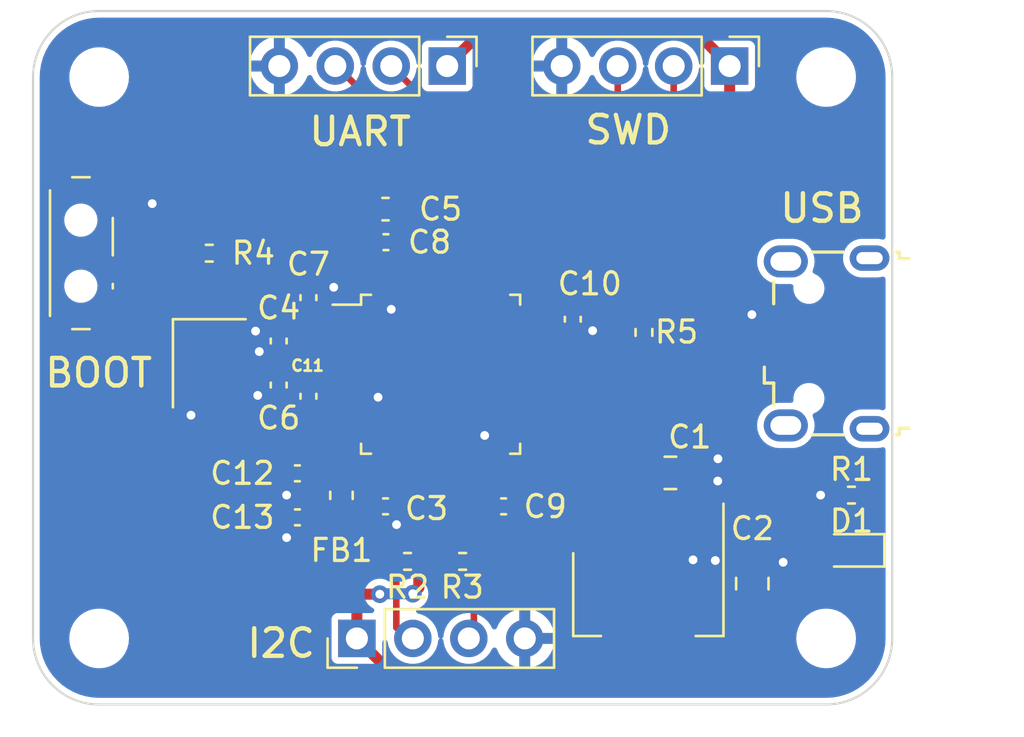
<source format=kicad_pcb>
(kicad_pcb (version 20211014) (generator pcbnew)
  (layers (0 "F.Cu" signal) (31 "B.Cu" power) (34 "B.Paste" user) (35 "F.Paste" user) (36 "B.SilkS" user "B.Silkscreen") (37 "F.SilkS" user "F.Silkscreen") (38 "B.Mask" user) (39 "F.Mask" user) (44 "Edge.Cuts" user))
  (net 0 "")
  (net 1 "VBUS")
  (net 2 "GND")
  (net 3 "+3.3V")
  (net 4 "/NRST")
  (net 5 "/HSE_IN")
  (net 6 "/HSE_OUT")
  (net 7 "+3.3VA")
  (net 8 "/PWR_LED_C")
  (net 9 "/USART1_TX")
  (net 10 "/USART1_RX")
  (net 11 "/I2C2_SCL")
  (net 12 "/I2C2_SDA")
  (net 13 "/SWDIO")
  (net 14 "/SWCLK")
  (net 15 "/USB_D-")
  (net 16 "/USB_D+")
  (net 19 "/SW_BOOT0")
  (net 20 "/BOOT0")
  (footprint "MountingHole:MountingHole_2.1mm" (layer "F.Cu") (at 120.5 25)
    (fp_text reference "H1" hide)
    (fp_text value "MountingHole" hide)
    (pad "" np_thru_hole circle (at 0 0) (size 2.1 2.1) (drill 2.1) (layers *.Cu *.Mask))
  )
  (footprint "Inductor_SMD:L_0603_1608Metric" (layer "F.Cu") (at 98.5 44 -90)
    (fp_text reference "FB1" (at 2.5 0 180) (layer "F.SilkS"))
    (fp_text value "120R" hide)
    (fp_line (start -0.162779 0.51) (end 0.162779 0.51) (layer "F.SilkS") (width 0.12))
    (fp_line (start -0.162779 -0.51) (end 0.162779 -0.51) (layer "F.SilkS") (width 0.12))
    (pad "1" smd roundrect (at -0.7875 0 270) (size 0.875 0.95) (layers "F.Cu" "F.Paste" "F.Mask") (net 7 "+3.3VA"))
    (pad "2" smd roundrect (at 0.7875 0 270) (size 0.875 0.95) (layers "F.Cu" "F.Paste" "F.Mask") (net 3 "+3.3V"))
  )
  (footprint "Capacitor_SMD:C_0603_1608Metric" (layer "F.Cu") (at 100.5 31)
    (fp_text reference "C5" (at 2.5 0) (layer "F.SilkS"))
    (fp_text value "10uF" hide)
    (fp_line (start -0.14058 -0.51) (end 0.14058 -0.51) (layer "F.SilkS") (width 0.12))
    (fp_line (start -0.14058 0.51) (end 0.14058 0.51) (layer "F.SilkS") (width 0.12))
    (pad "1" smd roundrect (at -0.775 0) (size 0.9 0.95) (layers "F.Cu" "F.Paste" "F.Mask") (net 3 "+3.3V"))
    (pad "2" smd roundrect (at 0.775 0) (size 0.9 0.95) (layers "F.Cu" "F.Paste" "F.Mask") (net 2 "GND"))
  )
  (footprint "Capacitor_SMD:C_0805_2012Metric" (layer "F.Cu") (at 113.43 42.98)
    (fp_text reference "C1" (at 0.88 -1.63) (layer "F.SilkS"))
    (fp_text value "22uF" hide)
    (fp_line (start -0.261252 0.735) (end 0.261252 0.735) (layer "F.SilkS") (width 0.12))
    (fp_line (start -0.261252 -0.735) (end 0.261252 -0.735) (layer "F.SilkS") (width 0.12))
    (pad "1" smd roundrect (at -0.95 0) (size 1 1.45) (layers "F.Cu" "F.Paste" "F.Mask") (net 1 "VBUS"))
    (pad "2" smd roundrect (at 0.95 0) (size 1 1.45) (layers "F.Cu" "F.Paste" "F.Mask") (net 2 "GND"))
  )
  (footprint "Resistor_SMD:R_0402_1005Metric" (layer "F.Cu") (at 101.5 47 180)
    (fp_text reference "R2" (at 0 -1.17) (layer "F.SilkS"))
    (fp_text value "1.5k" hide)
    (fp_line (start -0.153641 -0.38) (end 0.153641 -0.38) (layer "F.SilkS") (width 0.12))
    (fp_line (start -0.153641 0.38) (end 0.153641 0.38) (layer "F.SilkS") (width 0.12))
    (pad "1" smd roundrect (at -0.51 0 180) (size 0.54 0.64) (layers "F.Cu" "F.Paste" "F.Mask") (net 3 "+3.3V"))
    (pad "2" smd roundrect (at 0.51 0 180) (size 0.54 0.64) (layers "F.Cu" "F.Paste" "F.Mask") (net 11 "/I2C2_SCL"))
  )
  (footprint "MountingHole:MountingHole_2.1mm" (layer "F.Cu") (at 87.5 25)
    (fp_text reference "H3" hide)
    (fp_text value "MountingHole" hide)
    (pad "" np_thru_hole circle (at 0 0) (size 2.1 2.1) (drill 2.1) (layers *.Cu *.Mask))
  )
  (footprint "Connector_PinHeader_2.54mm:PinHeader_1x04_P2.54mm_Vertical" (layer "F.Cu") (at 99.2 50.5 90)
    (fp_text reference "J2" hide)
    (fp_text value "Conn_01x04_Male" hide)
    (fp_line (start -1.33 1.27) (end -1.33 8.95) (layer "F.SilkS") (width 0.12))
    (fp_line (start -1.33 8.95) (end 1.33 8.95) (layer "F.SilkS") (width 0.12))
    (fp_line (start -1.33 1.27) (end 1.33 1.27) (layer "F.SilkS") (width 0.12))
    (fp_line (start -1.33 0) (end -1.33 -1.33) (layer "F.SilkS") (width 0.12))
    (fp_line (start -1.33 -1.33) (end 0 -1.33) (layer "F.SilkS") (width 0.12))
    (fp_line (start 1.33 1.27) (end 1.33 8.95) (layer "F.SilkS") (width 0.12))
    (pad "1" thru_hole rect (at 0 0 90) (size 1.7 1.7) (drill 1) (layers *.Cu *.Mask) (net 3 "+3.3V"))
    (pad "2" thru_hole oval (at 0 2.54 90) (size 1.7 1.7) (drill 1) (layers *.Cu *.Mask) (net 11 "/I2C2_SCL"))
    (pad "3" thru_hole oval (at 0 5.08 90) (size 1.7 1.7) (drill 1) (layers *.Cu *.Mask) (net 12 "/I2C2_SDA"))
    (pad "4" thru_hole oval (at 0 7.62 90) (size 1.7 1.7) (drill 1) (layers *.Cu *.Mask) (net 2 "GND"))
  )
  (footprint "Resistor_SMD:R_0402_1005Metric" (layer "F.Cu") (at 121.65 43.99)
    (fp_text reference "R1" (at 0 -1.17) (layer "F.SilkS"))
    (fp_text value "1.5k" hide)
    (fp_line (start -0.153641 -0.38) (end 0.153641 -0.38) (layer "F.SilkS") (width 0.12))
    (fp_line (start -0.153641 0.38) (end 0.153641 0.38) (layer "F.SilkS") (width 0.12))
    (pad "1" smd roundrect (at -0.51 0) (size 0.54 0.64) (layers "F.Cu" "F.Paste" "F.Mask") (net 2 "GND"))
    (pad "2" smd roundrect (at 0.51 0) (size 0.54 0.64) (layers "F.Cu" "F.Paste" "F.Mask") (net 8 "/PWR_LED_C"))
  )
  (footprint "Capacitor_SMD:C_0402_1005Metric" (layer "F.Cu") (at 95.65 38.99 -90)
    (fp_text reference "C6" (at 1.5 0 180) (layer "F.SilkS"))
    (fp_text value "10pF" hide)
    (fp_line (start -0.107836 -0.36) (end 0.107836 -0.36) (layer "F.SilkS") (width 0.12))
    (fp_line (start -0.107836 0.36) (end 0.107836 0.36) (layer "F.SilkS") (width 0.12))
    (pad "1" smd roundrect (at -0.48 0 270) (size 0.56 0.62) (layers "F.Cu" "F.Paste" "F.Mask") (net 6 "/HSE_OUT"))
    (pad "2" smd roundrect (at 0.48 0 270) (size 0.56 0.62) (layers "F.Cu" "F.Paste" "F.Mask") (net 2 "GND"))
  )
  (footprint "Connector_PinHeader_2.54mm:PinHeader_1x04_P2.54mm_Vertical" (layer "F.Cu") (at 116.12 24.5 -90)
    (fp_text reference "J3" hide)
    (fp_text value "Conn_01x04_Male" hide)
    (fp_line (start -1.33 0) (end -1.33 -1.33) (layer "F.SilkS") (width 0.12))
    (fp_line (start -1.33 -1.33) (end 0 -1.33) (layer "F.SilkS") (width 0.12))
    (fp_line (start 1.33 1.27) (end 1.33 8.95) (layer "F.SilkS") (width 0.12))
    (fp_line (start -1.33 1.27) (end 1.33 1.27) (layer "F.SilkS") (width 0.12))
    (fp_line (start -1.33 8.95) (end 1.33 8.95) (layer "F.SilkS") (width 0.12))
    (fp_line (start -1.33 1.27) (end -1.33 8.95) (layer "F.SilkS") (width 0.12))
    (pad "1" thru_hole rect (at 0 0 270) (size 1.7 1.7) (drill 1) (layers *.Cu *.Mask) (net 3 "+3.3V"))
    (pad "2" thru_hole oval (at 0 2.54 270) (size 1.7 1.7) (drill 1) (layers *.Cu *.Mask) (net 13 "/SWDIO"))
    (pad "3" thru_hole oval (at 0 5.08 270) (size 1.7 1.7) (drill 1) (layers *.Cu *.Mask) (net 14 "/SWCLK"))
    (pad "4" thru_hole oval (at 0 7.62 270) (size 1.7 1.7) (drill 1) (layers *.Cu *.Mask) (net 2 "GND"))
  )
  (footprint "Capacitor_SMD:C_0402_1005Metric" (layer "F.Cu") (at 96.5 45 180)
    (fp_text reference "C13" (at 2.5 0) (layer "F.SilkS"))
    (fp_text value "1uF" hide)
    (fp_line (start -0.107836 0.36) (end 0.107836 0.36) (layer "F.SilkS") (width 0.12))
    (fp_line (start -0.107836 -0.36) (end 0.107836 -0.36) (layer "F.SilkS") (width 0.12))
    (pad "1" smd roundrect (at -0.48 0 180) (size 0.56 0.62) (layers "F.Cu" "F.Paste" "F.Mask") (net 3 "+3.3V"))
    (pad "2" smd roundrect (at 0.48 0 180) (size 0.56 0.62) (layers "F.Cu" "F.Paste" "F.Mask") (net 2 "GND"))
  )
  (footprint "Connector_PinHeader_2.54mm:PinHeader_1x04_P2.54mm_Vertical" (layer "F.Cu") (at 103.3 24.5 -90)
    (fp_text reference "J1" hide)
    (fp_text value "Conn_01x04_Male" hide)
    (fp_line (start -1.33 1.27) (end 1.33 1.27) (layer "F.SilkS") (width 0.12))
    (fp_line (start -1.33 1.27) (end -1.33 8.95) (layer "F.SilkS") (width 0.12))
    (fp_line (start -1.33 0) (end -1.33 -1.33) (layer "F.SilkS") (width 0.12))
    (fp_line (start 1.33 1.27) (end 1.33 8.95) (layer "F.SilkS") (width 0.12))
    (fp_line (start -1.33 8.95) (end 1.33 8.95) (layer "F.SilkS") (width 0.12))
    (fp_line (start -1.33 -1.33) (end 0 -1.33) (layer "F.SilkS") (width 0.12))
    (pad "1" thru_hole rect (at 0 0 270) (size 1.7 1.7) (drill 1) (layers *.Cu *.Mask) (net 3 "+3.3V"))
    (pad "2" thru_hole oval (at 0 2.54 270) (size 1.7 1.7) (drill 1) (layers *.Cu *.Mask) (net 9 "/USART1_TX"))
    (pad "3" thru_hole oval (at 0 5.08 270) (size 1.7 1.7) (drill 1) (layers *.Cu *.Mask) (net 10 "/USART1_RX"))
    (pad "4" thru_hole oval (at 0 7.62 270) (size 1.7 1.7) (drill 1) (layers *.Cu *.Mask) (net 2 "GND"))
  )
  (footprint "Package_TO_SOT_SMD:SOT-223-3_TabPin2" (layer "F.Cu") (at 112.43 48.48 -90)
    (fp_text reference "U1" hide)
    (fp_text value "AMS1117-3.3" hide)
    (fp_line (start 1.91 3.41) (end 1.91 2.15) (layer "F.SilkS") (width 0.12))
    (fp_line (start 1.91 -3.41) (end 1.91 -2.15) (layer "F.SilkS") (width 0.12))
    (fp_line (start -4.1 -3.41) (end 1.91 -3.41) (layer "F.SilkS") (width 0.12))
    (fp_line (start -1.85 3.41) (end 1.91 3.41) (layer "F.SilkS") (width 0.12))
    (pad "1" smd rect (at -3.15 -2.3 270) (size 2 1.5) (layers "F.Cu" "F.Paste" "F.Mask") (net 2 "GND"))
    (pad "2" smd rect (at -3.15 0 270) (size 2 1.5) (layers "F.Cu" "F.Paste" "F.Mask") (net 3 "+3.3V"))
    (pad "2" smd rect (at 3.15 0 270) (size 2 3.8) (layers "F.Cu" "F.Paste" "F.Mask") (net 3 "+3.3V"))
    (pad "3" smd rect (at -3.15 2.3 270) (size 2 1.5) (layers "F.Cu" "F.Paste" "F.Mask") (net 1 "VBUS"))
  )
  (footprint "Capacitor_SMD:C_0402_1005Metric" (layer "F.Cu") (at 95.65 36.99 -90)
    (fp_text reference "C4" (at -1.5 0 180) (layer "F.SilkS"))
    (fp_text value "10pF" hide)
    (fp_line (start -0.107836 -0.36) (end 0.107836 -0.36) (layer "F.SilkS") (width 0.12))
    (fp_line (start -0.107836 0.36) (end 0.107836 0.36) (layer "F.SilkS") (width 0.12))
    (pad "1" smd roundrect (at -0.48 0 270) (size 0.56 0.62) (layers "F.Cu" "F.Paste" "F.Mask") (net 5 "/HSE_IN"))
    (pad "2" smd roundrect (at 0.48 0 270) (size 0.56 0.62) (layers "F.Cu" "F.Paste" "F.Mask") (net 2 "GND"))
  )
  (footprint "Button_Switch_SMD:SW_SPDT_PCM12" (layer "F.Cu") (at 87 33 -90)
    (fp_text reference "SW1" hide)
    (fp_text value "SW_SPDT" hide)
    (fp_line (start -2.85 1.73) (end 2.85 1.73) (layer "F.SilkS") (width 0.12))
    (fp_line (start 1.4 -1.12) (end 1.6 -1.12) (layer "F.SilkS") (width 0.12))
    (fp_line (start -1.6 -1.12) (end 0.1 -1.12) (layer "F.SilkS") (width 0.12))
    (fp_line (start -3.45 -0.07) (end -3.45 0.72) (layer "F.SilkS") (width 0.12))
    (fp_line (start 3.45 0.72) (end 3.45 -0.07) (layer "F.SilkS") (width 0.12))
    (pad "" smd rect (at -3.65 -0.78 270) (size 1 0.8) (layers "F.Cu" "F.Paste" "F.Mask"))
    (pad "" smd rect (at 3.65 -0.78 270) (size 1 0.8) (layers "F.Cu" "F.Paste" "F.Mask"))
    (pad "" np_thru_hole circle (at 1.5 0.33 270) (size 0.9 0.9) (drill 0.9) (layers *.Cu *.Mask))
    (pad "" smd rect (at -3.65 1.43 270) (size 1 0.8) (layers "F.Cu" "F.Paste" "F.Mask"))
    (pad "" np_thru_hole circle (at -1.5 0.33 270) (size 0.9 0.9) (drill 0.9) (layers *.Cu *.Mask))
    (pad "" smd rect (at 3.65 1.43 270) (size 1 0.8) (layers "F.Cu" "F.Paste" "F.Mask"))
    (pad "1" smd rect (at -2.25 -1.43 270) (size 0.7 1.5) (layers "F.Cu" "F.Paste" "F.Mask") (net 2 "GND"))
    (pad "2" smd rect (at 0.75 -1.43 270) (size 0.7 1.5) (layers "F.Cu" "F.Paste" "F.Mask") (net 19 "/SW_BOOT0"))
    (pad "3" smd rect (at 2.25 -1.43 270) (size 0.7 1.5) (layers "F.Cu" "F.Paste" "F.Mask") (net 3 "+3.3V"))
  )
  (footprint "LED_SMD:LED_0603_1608Metric" (layer "F.Cu") (at 121.66 46.5 180)
    (fp_text reference "D1" (at 0.01 1.33 180) (layer "F.SilkS"))
    (fp_text value "RED" hide)
    (fp_line (start -1.485 0.735) (end 0.8 0.735) (layer "F.SilkS") (width 0.12))
    (fp_line (start 0.8 -0.735) (end -1.485 -0.735) (layer "F.SilkS") (width 0.12))
    (fp_line (start -1.485 -0.735) (end -1.485 0.735) (layer "F.SilkS") (width 0.12))
    (pad "1" smd roundrect (at -0.7875 0 180) (size 0.875 0.95) (layers "F.Cu" "F.Paste" "F.Mask") (net 8 "/PWR_LED_C"))
    (pad "2" smd roundrect (at 0.7875 0 180) (size 0.875 0.95) (layers "F.Cu" "F.Paste" "F.Mask") (net 3 "+3.3V"))
  )
  (footprint "Capacitor_SMD:C_0805_2012Metric" (layer "F.Cu") (at 117.15 48.01 90)
    (fp_text reference "C2" (at 2.5 0 180) (layer "F.SilkS"))
    (fp_text value "22uF" hide)
    (fp_line (start -0.261252 -0.735) (end 0.261252 -0.735) (layer "F.SilkS") (width 0.12))
    (fp_line (start -0.261252 0.735) (end 0.261252 0.735) (layer "F.SilkS") (width 0.12))
    (pad "1" smd roundrect (at -0.95 0 90) (size 1 1.45) (layers "F.Cu" "F.Paste" "F.Mask") (net 3 "+3.3V"))
    (pad "2" smd roundrect (at 0.95 0 90) (size 1 1.45) (layers "F.Cu" "F.Paste" "F.Mask") (net 2 "GND"))
  )
  (footprint "Resistor_SMD:R_0402_1005Metric" (layer "F.Cu") (at 104 47)
    (fp_text reference "R3" (at -0.02 1.17) (layer "F.SilkS"))
    (fp_text value "1.5k" hide)
    (fp_line (start -0.153641 0.38) (end 0.153641 0.38) (layer "F.SilkS") (width 0.12))
    (fp_line (start -0.153641 -0.38) (end 0.153641 -0.38) (layer "F.SilkS") (width 0.12))
    (pad "1" smd roundrect (at -0.51 0) (size 0.54 0.64) (layers "F.Cu" "F.Paste" "F.Mask") (net 3 "+3.3V"))
    (pad "2" smd roundrect (at 0.51 0) (size 0.54 0.64) (layers "F.Cu" "F.Paste" "F.Mask") (net 12 "/I2C2_SDA"))
  )
  (footprint "Package_QFP:LQFP-48_7x7mm_P0.5mm" (layer "F.Cu") (at 103 38.5)
    (fp_text reference "U2" hide)
    (fp_text value "STM32F103C8Tx" hide)
    (fp_line (start -3.61 3.61) (end -3.61 3.16) (layer "F.SilkS") (width 0.12))
    (fp_line (start 3.16 -3.61) (end 3.61 -3.61) (layer "F.SilkS") (width 0.12))
    (fp_line (start 3.61 -3.61) (end 3.61 -3.16) (layer "F.SilkS") (width 0.12))
    (fp_line (start 3.61 3.61) (end 3.61 3.16) (layer "F.SilkS") (width 0.12))
    (fp_line (start -3.61 -3.16) (end -4.9 -3.16) (layer "F.SilkS") (width 0.12))
    (fp_line (start 3.16 3.61) (end 3.61 3.61) (layer "F.SilkS") (width 0.12))
    (fp_line (start -3.16 3.61) (end -3.61 3.61) (layer "F.SilkS") (width 0.12))
    (fp_line (start -3.61 -3.61) (end -3.61 -3.16) (layer "F.SilkS") (width 0.12))
    (fp_line (start -3.16 -3.61) (end -3.61 -3.61) (layer "F.SilkS") (width 0.12))
    (pad "1" smd roundrect (at -4.1625 -2.75) (size 1.475 0.3) (layers "F.Cu" "F.Paste" "F.Mask") (net 3 "+3.3V"))
    (pad "2" smd roundrect (at -4.1625 -2.25) (size 1.475 0.3) (layers "F.Cu" "F.Paste" "F.Mask"))
    (pad "3" smd roundrect (at -4.1625 -1.75) (size 1.475 0.3) (layers "F.Cu" "F.Paste" "F.Mask"))
    (pad "4" smd roundrect (at -4.1625 -1.25) (size 1.475 0.3) (layers "F.Cu" "F.Paste" "F.Mask"))
    (pad "5" smd roundrect (at -4.1625 -0.75) (size 1.475 0.3) (layers "F.Cu" "F.Paste" "F.Mask") (net 5 "/HSE_IN"))
    (pad "6" smd roundrect (at -4.1625 -0.25) (size 1.475 0.3) (layers "F.Cu" "F.Paste" "F.Mask") (net 6 "/HSE_OUT"))
    (pad "7" smd roundrect (at -4.1625 0.25) (size 1.475 0.3) (layers "F.Cu" "F.Paste" "F.Mask") (net 4 "/NRST"))
    (pad "8" smd roundrect (at -4.1625 0.75) (size 1.475 0.3) (layers "F.Cu" "F.Paste" "F.Mask") (net 2 "GND"))
    (pad "9" smd roundrect (at -4.1625 1.25) (size 1.475 0.3) (layers "F.Cu" "F.Paste" "F.Mask") (net 7 "+3.3VA"))
    (pad "10" smd roundrect (at -4.1625 1.75) (size 1.475 0.3) (layers "F.Cu" "F.Paste" "F.Mask"))
    (pad "11" smd roundrect (at -4.1625 2.25) (size 1.475 0.3) (layers "F.Cu" "F.Paste" "F.Mask"))
    (pad "12" smd roundrect (at -4.1625 2.75) (size 1.475 0.3) (layers "F.Cu" "F.Paste" "F.Mask"))
    (pad "13" smd roundrect (at -2.75 4.1625) (size 0.3 1.475) (layers "F.Cu" "F.Paste" "F.Mask"))
    (pad "14" smd roundrect (at -2.25 4.1625) (size 0.3 1.475) (layers "F.Cu" "F.Paste" "F.Mask"))
    (pad "15" smd roundrect (at -1.75 4.1625) (size 0.3 1.475) (layers "F.Cu" "F.Paste" "F.Mask"))
    (pad "16" smd roundrect (at -1.25 4.1625) (size 0.3 1.475) (layers "F.Cu" "F.Paste" "F.Mask"))
    (pad "17" smd roundrect (at -0.75 4.1625) (size 0.3 1.475) (layers "F.Cu" "F.Paste" "F.Mask"))
    (pad "18" smd roundrect (at -0.25 4.1625) (size 0.3 1.475) (layers "F.Cu" "F.Paste" "F.Mask"))
    (pad "19" smd roundrect (at 0.25 4.1625) (size 0.3 1.475) (layers "F.Cu" "F.Paste" "F.Mask"))
    (pad "20" smd roundrect (at 0.75 4.1625) (size 0.3 1.475) (layers "F.Cu" "F.Paste" "F.Mask"))
    (pad "21" smd roundrect (at 1.25 4.1625) (size 0.3 1.475) (layers "F.Cu" "F.Paste" "F.Mask") (net 11 "/I2C2_SCL"))
    (pad "22" smd roundrect (at 1.75 4.1625) (size 0.3 1.475) (layers "F.Cu" "F.Paste" "F.Mask") (net 12 "/I2C2_SDA"))
    (pad "23" smd roundrect (at 2.25 4.1625) (size 0.3 1.475) (layers "F.Cu" "F.Paste" "F.Mask") (net 2 "GND"))
    (pad "24" smd roundrect (at 2.75 4.1625) (size 0.3 1.475) (layers "F.Cu" "F.Paste" "F.Mask") (net 3 "+3.3V"))
    (pad "25" smd roundrect (at 4.1625 2.75) (size 1.475 0.3) (layers "F.Cu" "F.Paste" "F.Mask"))
    (pad "26" smd roundrect (at 4.1625 2.25) (size 1.475 0.3) (layers "F.Cu" "F.Paste" "F.Mask"))
    (pad "27" smd roundrect (at 4.1625 1.75) (size 1.475 0.3) (layers "F.Cu" "F.Paste" "F.Mask"))
    (pad "28" smd roundrect (at 4.1625 1.25) (size 1.475 0.3) (layers "F.Cu" "F.Paste" "F.Mask"))
    (pad "29" smd roundrect (at 4.1625 0.75) (size 1.475 0.3) (layers "F.Cu" "F.Paste" "F.Mask"))
    (pad "30" smd roundrect (at 4.1625 0.25) (size 1.475 0.3) (layers "F.Cu" "F.Paste" "F.Mask"))
    (pad "31" smd roundrect (at 4.1625 -0.25) (size 1.475 0.3) (layers "F.Cu" "F.Paste" "F.Mask"))
    (pad "32" smd roundrect (at 4.1625 -0.75) (size 1.475 0.3) (layers "F.Cu" "F.Paste" "F.Mask") (net 15 "/USB_D-"))
    (pad "33" smd roundrect (at 4.1625 -1.25) (size 1.475 0.3) (layers "F.Cu" "F.Paste" "F.Mask") (net 16 "/USB_D+"))
    (pad "34" smd roundrect (at 4.1625 -1.75) (size 1.475 0.3) (layers "F.Cu" "F.Paste" "F.Mask") (net 13 "/SWDIO"))
    (pad "35" smd roundrect (at 4.1625 -2.25) (size 1.475 0.3) (layers "F.Cu" "F.Paste" "F.Mask") (net 2 "GND"))
    (pad "36" smd roundrect (at 4.1625 -2.75) (size 1.475 0.3) (layers "F.Cu" "F.Paste" "F.Mask") (net 3 "+3.3V"))
    (pad "37" smd roundrect (at 2.75 -4.1625) (size 0.3 1.475) (layers "F.Cu" "F.Paste" "F.Mask") (net 14 "/SWCLK"))
    (pad "38" smd roundrect (at 2.25 -4.1625) (size 0.3 1.475) (layers "F.Cu" "F.Paste" "F.Mask"))
    (pad "39" smd roundrect (at 1.75 -4.1625) (size 0.3 1.475) (layers "F.Cu" "F.Paste" "F.Mask"))
    (pad "40" smd roundrect (at 1.25 -4.1625) (size 0.3 1.475) (layers "F.Cu" "F.Paste" "F.Mask"))
    (pad "41" smd roundrect (at 0.75 -4.1625) (size 0.3 1.475) (layers "F.Cu" "F.Paste" "F.Mask"))
    (pad "42" smd roundrect (at 0.25 -4.1625) (size 0.3 1.475) (layers "F.Cu" "F.Paste" "F.Mask") (net 9 "/USART1_TX"))
    (pad "43" smd roundrect (at -0.25 -4.1625) (size 0.3 1.475) (layers "F.Cu" "F.Paste" "F.Mask") (net 10 "/USART1_RX"))
    (pad "44" smd roundrect (at -0.75 -4.1625) (size 0.3 1.475) (layers "F.Cu" "F.Paste" "F.Mask") (net 20 "/BOOT0"))
    (pad "45" smd roundrect (at -1.25 -4.1625) (size 0.3 1.475) (layers "F.Cu" "F.Paste" "F.Mask"))
    (pad "46" smd roundrect (at -1.75 -4.1625) (size 0.3 1.475) (layers "F.Cu" "F.Paste" "F.Mask"))
    (pad "47" smd roundrect (at -2.25 -4.1625) (size 0.3 1.475) (layers "F.Cu" "F.Paste" "F.Mask") (net 2 "GND"))
    (pad "48" smd roundrect (at -2.75 -4.1625) (size 0.3 1.475) (layers "F.Cu" "F.Paste" "F.Mask") (net 3 "+3.3V"))
  )
  (footprint "Resistor_SMD:R_0402_1005Metric" (layer "F.Cu") (at 112.23 36.6 -90)
    (fp_text reference "R5" (at -0.02 -1.48 180) (layer "F.SilkS"))
    (fp_text value "1.5k" hide)
    (fp_line (start -0.153641 -0.38) (end 0.153641 -0.38) (layer "F.SilkS") (width 0.12))
    (fp_line (start -0.153641 0.38) (end 0.153641 0.38) (layer "F.SilkS") (width 0.12))
    (pad "1" smd roundrect (at -0.51 0 270) (size 0.54 0.64) (layers "F.Cu" "F.Paste" "F.Mask") (net 3 "+3.3V"))
    (pad "2" smd roundrect (at 0.51 0 270) (size 0.54 0.64) (layers "F.Cu" "F.Paste" "F.Mask") (net 16 "/USB_D+"))
  )
  (footprint "Capacitor_SMD:C_0402_1005Metric" (layer "F.Cu") (at 109 36 -90)
    (fp_text reference "C10" (at -1.61 -0.77 180) (layer "F.SilkS"))
    (fp_text value "100nF" hide)
    (fp_line (start -0.107836 -0.36) (end 0.107836 -0.36) (layer "F.SilkS") (width 0.12))
    (fp_line (start -0.107836 0.36) (end 0.107836 0.36) (layer "F.SilkS") (width 0.12))
    (pad "1" smd roundrect (at -0.48 0 270) (size 0.56 0.62) (layers "F.Cu" "F.Paste" "F.Mask") (net 3 "+3.3V"))
    (pad "2" smd roundrect (at 0.48 0 270) (size 0.56 0.62) (layers "F.Cu" "F.Paste" "F.Mask") (net 2 "GND"))
  )
  (footprint "Capacitor_SMD:C_0402_1005Metric" (layer "F.Cu") (at 100.52 32.5)
    (fp_text reference "C8" (at 1.98 0) (layer "F.SilkS"))
    (fp_text value "100nF" hide)
    (fp_line (start -0.107836 -0.36) (end 0.107836 -0.36) (layer "F.SilkS") (width 0.12))
    (fp_line (start -0.107836 0.36) (end 0.107836 0.36) (layer "F.SilkS") (width 0.12))
    (pad "1" smd roundrect (at -0.48 0) (size 0.56 0.62) (layers "F.Cu" "F.Paste" "F.Mask") (net 3 "+3.3V"))
    (pad "2" smd roundrect (at 0.48 0) (size 0.56 0.62) (layers "F.Cu" "F.Paste" "F.Mask") (net 2 "GND"))
  )
  (footprint "Capacitor_SMD:C_0402_1005Metric" (layer "F.Cu") (at 96.5 43 180)
    (fp_text reference "C12" (at 2.5 0) (layer "F.SilkS"))
    (fp_text value "1uF" hide)
    (fp_line (start -0.107836 0.36) (end 0.107836 0.36) (layer "F.SilkS") (width 0.12))
    (fp_line (start -0.107836 -0.36) (end 0.107836 -0.36) (layer "F.SilkS") (width 0.12))
    (pad "1" smd roundrect (at -0.48 0 180) (size 0.56 0.62) (layers "F.Cu" "F.Paste" "F.Mask") (net 7 "+3.3VA"))
    (pad "2" smd roundrect (at 0.48 0 180) (size 0.56 0.62) (layers "F.Cu" "F.Paste" "F.Mask") (net 2 "GND"))
  )
  (footprint "Resistor_SMD:R_0402_1005Metric" (layer "F.Cu") (at 92.5 33)
    (fp_text reference "R4" (at 2 0 180) (layer "F.SilkS"))
    (fp_text value "10k" hide)
    (fp_line (start -0.153641 0.38) (end 0.153641 0.38) (layer "F.SilkS") (width 0.12))
    (fp_line (start -0.153641 -0.38) (end 0.153641 -0.38) (layer "F.SilkS") (width 0.12))
    (pad "1" smd roundrect (at -0.51 0) (size 0.54 0.64) (layers "F.Cu" "F.Paste" "F.Mask") (net 19 "/SW_BOOT0"))
    (pad "2" smd roundrect (at 0.51 0) (size 0.54 0.64) (layers "F.Cu" "F.Paste" "F.Mask") (net 20 "/BOOT0"))
  )
  (footprint "Capacitor_SMD:C_0402_1005Metric" (layer "F.Cu") (at 100.5 44.5)
    (fp_text reference "C3" (at 1.86 0.1) (layer "F.SilkS"))
    (fp_text value "100nF" hide)
    (fp_line (start -0.107836 0.36) (end 0.107836 0.36) (layer "F.SilkS") (width 0.12))
    (fp_line (start -0.107836 -0.36) (end 0.107836 -0.36) (layer "F.SilkS") (width 0.12))
    (pad "1" smd roundrect (at -0.48 0) (size 0.56 0.62) (layers "F.Cu" "F.Paste" "F.Mask") (net 4 "/NRST"))
    (pad "2" smd roundrect (at 0.48 0) (size 0.56 0.62) (layers "F.Cu" "F.Paste" "F.Mask") (net 2 "GND"))
  )
  (footprint "Capacitor_SMD:C_0402_1005Metric" (layer "F.Cu") (at 105.86 44.5 180)
    (fp_text reference "C9" (at -1.89 -0.01) (layer "F.SilkS"))
    (fp_text value "100nF" hide)
    (fp_line (start -0.107836 -0.36) (end 0.107836 -0.36) (layer "F.SilkS") (width 0.12))
    (fp_line (start -0.107836 0.36) (end 0.107836 0.36) (layer "F.SilkS") (width 0.12))
    (pad "1" smd roundrect (at -0.48 0 180) (size 0.56 0.62) (layers "F.Cu" "F.Paste" "F.Mask") (net 3 "+3.3V"))
    (pad "2" smd roundrect (at 0.48 0 180) (size 0.56 0.62) (layers "F.Cu" "F.Paste" "F.Mask") (net 2 "GND"))
  )
  (footprint "Capacitor_SMD:C_0402_1005Metric" (layer "F.Cu") (at 97 35.02 90)
    (fp_text reference "C7" (at 1.52 0 180) (layer "F.SilkS"))
    (fp_text value "100nF" hide)
    (fp_line (start -0.107836 0.36) (end 0.107836 0.36) (layer "F.SilkS") (width 0.12))
    (fp_line (start -0.107836 -0.36) (end 0.107836 -0.36) (layer "F.SilkS") (width 0.12))
    (pad "1" smd roundrect (at -0.48 0 90) (size 0.56 0.62) (layers "F.Cu" "F.Paste" "F.Mask") (net 3 "+3.3V"))
    (pad "2" smd roundrect (at 0.48 0 90) (size 0.56 0.62) (layers "F.Cu" "F.Paste" "F.Mask") (net 2 "GND"))
  )
  (footprint "Connector_USB:USB_Micro-B_Wuerth_629105150521" (layer "F.Cu") (at 120.52 37.1 90)
    (fp_text reference "J4" hide)
    (fp_text value "USB_B_Micro" hide)
    (fp_line (start 4.15 0.75) (end 4.15 -0.65) (layer "F.SilkS") (width 0.15))
    (fp_line (start 3.85 3.75) (end 3.85 3.3) (layer "F.SilkS") (width 0.15))
    (fp_line (start -4.15 3.3) (end -3.85 3.3) (layer "F.SilkS") (width 0.15))
    (fp_line (start 1.8 -2.4) (end 2.8 -2.4) (layer "F.SilkS") (width 0.15))
    (fp_line (start -1.8 -2.825) (end -1.8 -2.4) (layer "F.SilkS") (width 0.15))
    (fp_line (start -1.075 -2.825) (end -1.8 -2.825) (layer "F.SilkS") (width 0.15))
    (fp_line (start 3.85 3.3) (end 4.15 3.3) (layer "F.SilkS") (width 0.15))
    (fp_line (start -4.15 -0.65) (end -4.15 0.75) (layer "F.SilkS") (width 0.15))
    (fp_line (start 4.15 3.3) (end 4.15 3.15) (layer "F.SilkS") (width 0.15))
    (fp_line (start -3.85 3.3) (end -3.85 3.75) (layer "F.SilkS") (width 0.15))
    (fp_line (start -1.8 -2.4) (end -2.8 -2.4) (layer "F.SilkS") (width 0.15))
    (fp_line (start -4.15 3.15) (end -4.15 3.3) (layer "F.SilkS") (width 0.15))
    (pad "" np_thru_hole oval (at 2.5 -0.8 90) (size 0.8 0.8) (drill 0.8) (layers *.Cu *.Mask))
    (pad "" np_thru_hole oval (at -2.5 -0.8 90) (size 0.8 0.8) (drill 0.8) (layers *.Cu *.Mask))
    (pad "1" smd rect (at -1.3 -1.9 90) (size 0.45 1.3) (layers "F.Cu" "F.Paste" "F.Mask") (net 1 "VBUS"))
    (pad "2" smd rect (at -0.65 -1.9 90) (size 0.45 1.3) (layers "F.Cu" "F.Paste" "F.Mask") (net 15 "/USB_D-"))
    (pad "3" smd rect (at 0 -1.9 90) (size 0.45 1.3) (layers "F.Cu" "F.Paste" "F.Mask") (net 16 "/USB_D+"))
    (pad "4" smd rect (at 0.65 -1.9 90) (size 0.45 1.3) (layers "F.Cu" "F.Paste" "F.Mask"))
    (pad "5" smd rect (at 1.3 -1.9 90) (size 0.45 1.3) (layers "F.Cu" "F.Paste" "F.Mask") (net 2 "GND"))
    (pad "6" thru_hole oval (at 3.725 -1.85 90) (size 1.45 2) (drill oval 0.85 1.4) (layers *.Cu *.Mask))
    (pad "6" thru_hole oval (at -3.875 1.95 90) (size 1.15 1.8) (drill oval 0.55 1.2) (layers *.Cu *.Mask))
    (pad "6" thru_hole oval (at 3.875 1.95 90) (size 1.15 1.8) (drill oval 0.55 1.2) (layers *.Cu *.Mask))
    (pad "6" thru_hole oval (at -3.725 -1.85 90) (size 1.45 2) (drill oval 0.85 1.4) (layers *.Cu *.Mask))
  )
  (footprint "MountingHole:MountingHole_2.1mm" (layer "F.Cu") (at 120.5 50.5)
    (fp_text reference "H4" hide)
    (fp_text value "MountingHole" hide)
    (pad "" np_thru_hole circle (at 0 0) (size 2.1 2.1) (drill 2.1) (layers *.Cu *.Mask))
  )
  (footprint "Capacitor_SMD:C_0402_1005Metric" (layer "F.Cu") (at 97 39.5 90)
    (fp_text reference "C11" (at 1.39 -0.04 180) (layer "F.SilkS") (effects (font (size 0.5 0.5) (thickness 0.125))))
    (fp_text value "10nf" hide)
    (fp_line (start -0.107836 -0.36) (end 0.107836 -0.36) (layer "F.SilkS") (width 0.12))
    (fp_line (start -0.107836 0.36) (end 0.107836 0.36) (layer "F.SilkS") (width 0.12))
    (pad "1" smd roundrect (at -0.48 0 90) (size 0.56 0.62) (layers "F.Cu" "F.Paste" "F.Mask") (net 7 "+3.3VA"))
    (pad "2" smd roundrect (at 0.48 0 90) (size 0.56 0.62) (layers "F.Cu" "F.Paste" "F.Mask") (net 2 "GND"))
  )
  (footprint "Crystal:Crystal_SMD_3225-4Pin_3.2x2.5mm" (layer "F.Cu") (at 92.5 38 -90)
    (fp_text reference "Y1" hide)
    (fp_text value "16MHz" hide)
    (fp_line (start -2 1.65) (end 2 1.65) (layer "F.SilkS") (width 0.12))
    (fp_line (start -2 -1.65) (end -2 1.65) (layer "F.SilkS") (width 0.12))
    (pad "1" smd rect (at -1.1 0.85 270) (size 1.4 1.2) (layers "F.Cu" "F.Paste" "F.Mask") (net 5 "/HSE_IN"))
    (pad "2" smd rect (at 1.1 0.85 270) (size 1.4 1.2) (layers "F.Cu" "F.Paste" "F.Mask") (net 2 "GND"))
    (pad "3" smd rect (at 1.1 -0.85 270) (size 1.4 1.2) (layers "F.Cu" "F.Paste" "F.Mask") (net 6 "/HSE_OUT"))
    (pad "4" smd rect (at -1.1 -0.85 270) (size 1.4 1.2) (layers "F.Cu" "F.Paste" "F.Mask") (net 2 "GND"))
  )
  (footprint "MountingHole:MountingHole_2.1mm" (layer "F.Cu") (at 87.5 50.5)
    (fp_text reference "H2" hide)
    (fp_text value "MountingHole" hide)
    (pad "" np_thru_hole circle (at 0 0) (size 2.1 2.1) (drill 2.1) (layers *.Cu *.Mask))
  )
  (gr_line (start 87.5 22) (end 120.5 22) (layer "Edge.Cuts") (width 0.1))
  (gr_arc (start 123.5 50.5) (mid 122.62132 52.62132) (end 120.5 53.5) (layer "Edge.Cuts") (width 0.1))
  (gr_arc (start 120.5 22) (mid 122.62132 22.87868) (end 123.5 25) (layer "Edge.Cuts") (width 0.1))
  (gr_line (start 123.5 50.5) (end 123.5 25) (layer "Edge.Cuts") (width 0.1))
  (gr_line (start 87.5 53.5) (end 120.5 53.5) (layer "Edge.Cuts") (width 0.1))
  (gr_arc (start 84.5 25) (mid 85.37868 22.87868) (end 87.5 22) (layer "Edge.Cuts") (width 0.1))
  (gr_arc (start 87.5 53.5) (mid 85.37868 52.62132) (end 84.5 50.5) (layer "Edge.Cuts") (width 0.1))
  (gr_line (start 84.5 50.5) (end 84.5 25) (layer "Edge.Cuts") (width 0.1))
  (gr_text "USB" (at 120.31 30.96) (layer "F.SilkS") (effects (font (size 1.25 1.25) (thickness 0.2))))
  (gr_text "SWD" (at 111.52 27.4) (layer "F.SilkS") (effects (font (size 1.25 1.25) (thickness 0.2))))
  (gr_text "BOOT" (at 87.48 38.44) (layer "F.SilkS") (effects (font (size 1.25 1.25) (thickness 0.2))))
  (gr_text "UART" (at 99.35 27.48) (layer "F.SilkS") (effects (font (size 1.25 1.25) (thickness 0.2))))
  (gr_text "I2C" (at 95.76 50.72) (layer "F.SilkS") (effects (font (size 1.25 1.25) (thickness 0.2))))
  (segment (start 112.47 41.69) (end 112.47 42.97) (width 0.3) (layer "F.Cu") (net 1))
  (segment (start 113.82 40.31) (end 113.82 40.34) (width 0.3) (layer "F.Cu") (net 1))
  (segment (start 118.62 38.4) (end 115.73 38.4) (width 0.3) (layer "F.Cu") (net 1))
  (segment (start 115.73 38.4) (end 113.82 40.31) (width 0.3) (layer "F.Cu") (net 1))
  (segment (start 113.82 40.34) (end 112.47 41.69) (width 0.3) (layer "F.Cu") (net 1))
  (segment (start 112.47 42.97) (end 112.48 42.98) (width 0.3) (layer "F.Cu") (net 1))
  (segment (start 105.49 44.48) (end 105.51 44.5) (width 0.3) (layer "F.Cu") (net 2))
  (segment (start 95.65 39.47) (end 94.71 39.47) (width 0.5) (layer "F.Cu") (net 2))
  (segment (start 105.25 41.5) (end 105.25 42.6625) (width 0.3) (layer "F.Cu") (net 2))
  (segment (start 101.275 31) (end 101.275 31.725) (width 0.5) (layer "F.Cu") (net 2))
  (segment (start 105.0295 41.2795) (end 105.25 41.5) (width 0.3) (layer "F.Cu") (net 2))
  (segment (start 98.14 34.54) (end 98.15 34.55) (width 0.5) (layer "F.Cu") (net 2))
  (segment (start 97.75 39.25) (end 97.5 39) (width 0.3) (layer "F.Cu") (net 2))
  (segment (start 97.02 39) (end 97 39.02) (width 0.3) (layer "F.Cu") (net 2))
  (segment (start 101 33.248959) (end 100.75 33.498959) (width 0.3) (layer "F.Cu") (net 2))
  (segment (start 94.601063 36.5395) (end 93.7105 36.5395) (width 0.5) (layer "F.Cu") (net 2))
  (segment (start 105.25 44.37) (end 105.38 44.5) (width 0.3) (layer "F.Cu") (net 2))
  (segment (start 100.98 44.5) (end 100.98 45.31) (width 0.3) (layer "F.Cu") (net 2))
  (segment (start 93.7105 36.5395) (end 93.35 36.9) (width 0.5) (layer "F.Cu") (net 2))
  (segment (start 108.98 36.5) (end 109 36.48) (width 0.3) (layer "F.Cu") (net 2))
  (segment (start 120.25 43.99) (end 121.14 43.99) (width 0.3) (layer "F.Cu") (net 2))
  (segment (start 97.5 39) (end 97.02 39) (width 0.3) (layer "F.Cu") (net 2))
  (segment (start 99.867873 39.25) (end 98.8375 39.25) (width 0.3) (layer "F.Cu") (net 2))
  (segment (start 107.1625 36.25) (end 108.25 36.25) (width 0.3) (layer "F.Cu") (net 2))
  (segment (start 100.75 33.498959) (end 100.75 34.3375) (width 0.3) (layer "F.Cu") (net 2))
  (segment (start 96.02 45.91) (end 96.01 45.92) (width 0.3) (layer "F.Cu") (net 2))
  (segment (start 101 32.5) (end 101 33.248959) (width 0.3) (layer "F.Cu") (net 2))
  (segment (start 96.02 43.98) (end 96.01 43.99) (width 0.3) (layer "F.Cu") (net 2))
  (segment (start 91.65 39.1) (end 91.65 40.34) (width 0.5) (layer "F.Cu") (net 2))
  (segment (start 109.86 36.48) (end 109.9 36.52) (width 0.3) (layer "F.Cu") (net 2))
  (segment (start 108.25 36.25) (end 108.5 36.5) (width 0.3) (layer "F.Cu") (net 2))
  (segment (start 100.75 34.3375) (end 100.75 35.54) (width 0.3) (layer "F.Cu") (net 2))
  (segment (start 94.71 39.47) (end 94.7 39.46) (width 0.5) (layer "F.Cu") (net 2))
  (segment (start 94.77 37.47) (end 95.65 37.47) (width 0.5) (layer "F.Cu") (net 2))
  (segment (start 108.5 36.5) (end 108.98 36.5) (width 0.3) (layer "F.Cu") (net 2))
  (segment (start 88.43 30.75) (end 89.91 30.75) (width 0.3) (layer "F.Cu") (net 2))
  (segment (start 97 34.54) (end 98.14 34.54) (width 0.5) (layer "F.Cu") (net 2))
  (segment (start 109 36.48) (end 109.86 36.48) (width 0.3) (layer "F.Cu") (net 2))
  (segment (start 96.02 43) (end 96.02 43.98) (width 0.3) (layer "F.Cu") (net 2))
  (segment (start 118.62 35.8) (end 117.14 35.8) (width 0.3) (layer "F.Cu") (net 2))
  (segment (start 91.65 40.34) (end 91.67 40.36) (width 0.5) (layer "F.Cu") (net 2))
  (segment (start 101.275 31.725) (end 101 32) (width 0.5) (layer "F.Cu") (net 2))
  (segment (start 98.8375 39.25) (end 97.75 39.25) (width 0.3) (layer "F.Cu") (net 2))
  (segment (start 101 32) (end 101 32.5) (width 0.5) (layer "F.Cu") (net 2))
  (segment (start 105.25 42.6625) (end 105.25 44.37) (width 0.3) (layer "F.Cu") (net 2))
  (segment (start 100.98 45.31) (end 101 45.33) (width 0.3) (layer "F.Cu") (net 2))
  (segment (start 105.0005 41.2795) (end 105.0295 41.2795) (width 0.3) (layer "F.Cu") (net 2))
  (segment (start 100.161603 39.54373) (end 99.867873 39.25) (width 0.3) (layer "F.Cu") (net 2))
  (segment (start 100.75 35.54) (end 100.76 35.55) (width 0.3) (layer "F.Cu") (net 2))
  (segment (start 96.02 45) (end 96.02 45.91) (width 0.3) (layer "F.Cu") (net 2))
  (segment (start 117.14 35.8) (end 117.13 35.79) (width 0.3) (layer "F.Cu") (net 2))
  (via (at 105.0005 41.2795) (size 0.8) (drill 0.4) (layers "F.Cu" "B.Cu") (net 2))
  (via (at 118.55 47.04) (size 0.8) (drill 0.4) (layers "F.Cu" "B.Cu") (net 2))
  (via (at 115.59 42.34) (size 0.8) (drill 0.4) (layers "F.Cu" "B.Cu") (net 2))
  (via (at 120.25 43.99) (size 0.8) (drill 0.4) (layers "F.Cu" "B.Cu") (net 2))
  (via (at 91.67 40.36) (size 0.8) (drill 0.4) (layers "F.Cu" "B.Cu") (net 2))
  (via (at 101 45.33) (size 0.8) (drill 0.4) (layers "F.Cu" "B.Cu") (net 2))
  (via (at 98.15 34.55) (size 0.8) (drill 0.4) (layers "F.Cu" "B.Cu") (net 2))
  (via (at 94.7 39.46) (size 0.8) (drill 0.4) (layers "F.Cu" "B.Cu") (net 2))
  (via (at 100.161603 39.54373) (size 0.8) (drill 0.4) (layers "F.Cu" "B.Cu") (net 2))
  (via (at 117.13 35.79) (size 0.8) (drill 0.4) (layers "F.Cu" "B.Cu") (net 2))
  (via (at 94.601063 36.5395) (size 0.8) (drill 0.4) (layers "F.Cu" "B.Cu") (net 2))
  (via (at 89.91 30.75) (size 0.8) (drill 0.4) (layers "F.Cu" "B.Cu") (net 2))
  (via (at 115.58 43.35) (size 0.8) (drill 0.4) (layers "F.Cu" "B.Cu") (net 2))
  (via (at 115.47 46.96) (size 0.8) (drill 0.4) (layers "F.Cu" "B.Cu") (net 2))
  (via (at 109.9 36.52) (size 0.8) (drill 0.4) (layers "F.Cu" "B.Cu") (net 2))
  (via (at 96.01 43.99) (size 0.8) (drill 0.4) (layers "F.Cu" "B.Cu") (net 2))
  (via (at 94.77 37.47) (size 0.8) (drill 0.4) (layers "F.Cu" "B.Cu") (net 2))
  (via (at 114.46 46.93) (size 0.8) (drill 0.4) (layers "F.Cu" "B.Cu") (net 2))
  (via (at 96.01 45.92) (size 0.8) (drill 0.4) (layers "F.Cu" "B.Cu") (net 2))
  (via (at 100.76 35.55) (size 0.8) (drill 0.4) (layers "F.Cu" "B.Cu") (net 2))
  (segment (start 100.04 32.04) (end 100.04 32.5) (width 0.5) (layer "F.Cu") (net 3))
  (segment (start 97 35.5) (end 95.488528 35.5) (width 0.5) (layer "F.Cu") (net 3))
  (segment (start 100.25 34.3375) (end 100.25 33.5) (width 0.3) (layer "F.Cu") (net 3))
  (segment (start 99.899339 35.75) (end 104.679339 40.53) (width 0.3) (layer "F.Cu") (net 3))
  (segment (start 104.679339 40.53) (end 105.540661 40.53) (width 0.3) (layer "F.Cu") (net 3))
  (segment (start 105.75 43.26) (end 106.34 43.85) (width 0.3) (layer "F.Cu") (net 3))
  (segment (start 99.2 48.62) (end 98.49 47.91) (width 0.5) (layer "F.Cu") (net 3))
  (segment (start 99.2 48.67) (end 99.2 48.62) (width 0.5) (layer "F.Cu") (net 3))
  (segment (start 98.8375 35.75) (end 97.75 35.75) (width 0.3) (layer "F.Cu") (net 3))
  (segment (start 116.12 26.76) (end 116.12 24.5) (width 0.5) (layer "F.Cu") (net 3))
  (segment (start 99.38 48.49) (end 99.2 48.67) (width 0.5) (layer "F.Cu") (net 3))
  (segment (start 94.708528 34.72) (end 94.708528 33.351472) (width 0.3) (layer "F.Cu") (net 3))
  (segment (start 102.01 47) (end 102.01 48.1995) (width 0.5) (layer "F.Cu") (net 3))
  (segment (start 105.75 42.6625) (end 105.75 43.26) (width 0.3) (layer "F.Cu") (net 3))
  (segment (start 103.3 24.5) (end 104.98 22.82) (width 0.5) (layer "F.Cu") (net 3))
  (segment (start 114.46 22.82) (end 116.12 24.48) (width 0.5) (layer "F.Cu") (net 3))
  (segment (start 102.01 48.1995) (end 101.7395 48.47) (width 0.5) (layer "F.Cu") (net 3))
  (segment (start 114.76 28.12) (end 116.12 26.76) (width 0.5) (layer "F.Cu") (net 3))
  (segment (start 105.540661 40.53) (end 105.75 40.739339) (width 0.3) (layer "F.Cu") (net 3))
  (segment (start 94.708528 33.351472) (end 97.06 31) (width 0.3) (layer "F.Cu") (net 3))
  (segment (start 118.4125 48.96) (end 120.8725 46.5) (width 0.5) (layer "F.Cu") (net 3))
  (segment (start 108.98 35.5) (end 109 35.52) (width 0.3) (layer "F.Cu") (net 3))
  (segment (start 120.92 33.308148) (end 120.92 42.259339) (width 0.3) (layer "F.Cu") (net 3))
  (segment (start 116.12 24.48) (end 116.12 24.5) (width 0.5) (layer "F.Cu") (net 3))
  (segment (start 105.75 40.739339) (end 105.75 42.6625) (width 0.3) (layer "F.Cu") (net 3))
  (segment (start 108.5 35.5) (end 108.98 35.5) (width 0.3) (layer "F.Cu") (net 3))
  (segment (start 112.23 36.09) (end 112.23 30.65) (width 0.5) (layer "F.Cu") (net 3))
  (segment (start 109 35.52) (end 111.66 35.52) (width 0.5) (layer "F.Cu") (net 3))
  (segment (start 111.66 35.52) (end 112.23 36.09) (width 0.5) (layer "F.Cu") (net 3))
  (segment (start 100.8 52.1) (end 111.96 52.1) (width 0.5) (layer "F.Cu") (net 3))
  (segment (start 99.725 31) (end 99.725 31.725) (width 0.5) (layer "F.Cu") (net 3))
  (segment (start 108.25 35.75) (end 108.5 35.5) (width 0.3) (layer "F.Cu") (net 3))
  (segment (start 100.25 33.5) (end 100 33.25) (width 0.3) (layer "F.Cu") (net 3))
  (segment (start 112.43 50.59) (end 112.43 51.63) (width 0.3) (layer "F.Cu") (net 3))
  (segment (start 91.7 35.25) (end 88.43 35.25) (width 0.5) (layer "F.Cu") (net 3))
  (segment (start 94.708528 34.72) (end 92.23 34.72) (width 0.5) (layer "F.Cu") (net 3))
  (segment (start 99.2 50.5) (end 99.2 48.67) (width 0.5) (layer "F.Cu") (net 3))
  (segment (start 100 32.54) (end 100.04 32.5) (width 0.3) (layer "F.Cu") (net 3))
  (segment (start 106.49 44.48) (end 106.47 44.5) (width 0.3) (layer "F.Cu") (net 3))
  (segment (start 114.76 28.12) (end 115.731852 28.12) (width 0.3) (layer "F.Cu") (net 3))
  (segment (start 120.92 42.259339) (end 119.5 43.679339) (width 0.3) (layer "F.Cu") (net 3))
  (segment (start 106.34 43.85) (end 106.34 44.5) (width 0.3) (layer "F.Cu") (net 3))
  (segment (start 119.5 43.679339) (end 119.5 47.68) (width 0.3) (layer "F.Cu") (net 3))
  (segment (start 98.49 47.91) (end 98.49 44.7975) (width 0.5) (layer "F.Cu") (net 3))
  (segment (start 97.06 31) (end 99.725 31) (width 0.3) (layer "F.Cu") (net 3))
  (segment (start 111.96 52.1) (end 112.43 51.63) (width 0.5) (layer "F.Cu") (net 3))
  (segment (start 97.5 35.5) (end 97 35.5) (width 0.3) (layer "F.Cu") (net 3))
  (segment (start 95.488528 35.5) (end 94.708528 34.72) (width 0.5) (layer "F.Cu") (net 3))
  (segment (start 104.98 22.82) (end 114.46 22.82) (width 0.5) (layer "F.Cu") (net 3))
  (segment (start 99.2 50.5) (end 100.8 52.1) (width 0.5) (layer "F.Cu") (net 3))
  (segment (start 102.01 47) (end 103.49 47) (width 0.5) (layer "F.Cu") (net 3))
  (segment (start 112.23 30.65) (end 114.76 28.12) (width 0.5) (layer "F.Cu") (net 3))
  (segment (start 92.23 34.72) (end 91.7 35.25) (width 0.5) (layer "F.Cu") (net 3))
  (segment (start 98.8375 35.75) (end 99.899339 35.75) (width 0.3) (layer "F.Cu") (net 3))
  (segment (start 107.1625 35.75) (end 108.25 35.75) (width 0.3) (layer "F.Cu") (net 3))
  (segment (start 106.34 44.5) (end 112.43 50.59) (width 0.3) (layer "F.Cu") (net 3))
  (segment (start 97.75 35.75) (end 97.5 35.5) (width 0.3) (layer "F.Cu") (net 3))
  (segment (start 100 33.25) (end 100 32.54) (width 0.3) (layer "F.Cu") (net 3))
  (segment (start 115.731852 28.12) (end 120.92 33.308148) (width 0.3) (layer "F.Cu") (net 3))
  (segment (start 119.5 47.68) (end 119.59625 47.77625) (width 0.3) (layer "F.Cu") (net 3))
  (segment (start 117.15 48.96) (end 118.4125 48.96) (width 0.5) (layer "F.Cu") (net 3))
  (segment (start 98.49 44.7975) (end 98.5 44.7875) (width 0.5) (layer "F.Cu") (net 3))
  (segment (start 100.2405 48.49) (end 99.38 48.49) (width 0.5) (layer "F.Cu") (net 3))
  (segment (start 99.725 31.725) (end 100.04 32.04) (width 0.5) (layer "F.Cu") (net 3))
  (via (at 100.2405 48.49) (size 0.8) (drill 0.4) (layers "F.Cu" "B.Cu") (net 3))
  (via (at 101.7395 48.47) (size 0.8) (drill 0.4) (layers "F.Cu" "B.Cu") (net 3))
  (segment (start 100.2605 48.47) (end 100.2405 48.49) (width 0.5) (layer "B.Cu") (net 3))
  (segment (start 101.7395 48.47) (end 100.2605 48.47) (width 0.5) (layer "B.Cu") (net 3))
  (segment (start 101.03 40.543959) (end 99.67 41.903959) (width 0.3) (layer "F.Cu") (net 4))
  (segment (start 99.67 41.903959) (end 99.67 44.15) (width 0.3) (layer "F.Cu") (net 4))
  (segment (start 98.8375 38.75) (end 100.53 38.75) (width 0.3) (layer "F.Cu") (net 4))
  (segment (start 101.03 39.25) (end 101.03 40.543959) (width 0.3) (layer "F.Cu") (net 4))
  (segment (start 99.67 44.15) (end 100.02 44.5) (width 0.3) (layer "F.Cu") (net 4))
  (segment (start 100.53 38.75) (end 101.03 39.25) (width 0.3) (layer "F.Cu") (net 4))
  (segment (start 92.46 35.79) (end 91.65 36.6) (width 0.3) (layer "F.Cu") (net 5))
  (segment (start 98.8375 37.75) (end 97.5 37.75) (width 0.3) (layer "F.Cu") (net 5))
  (segment (start 94.93 35.79) (end 92.46 35.79) (width 0.3) (layer "F.Cu") (net 5))
  (segment (start 95.65 36.51) (end 94.93 35.79) (width 0.3) (layer "F.Cu") (net 5))
  (segment (start 96.64 36.51) (end 95.65 36.51) (width 0.3) (layer "F.Cu") (net 5))
  (segment (start 91.65 36.9) (end 91.65 36.8) (width 0.3) (layer "F.Cu") (net 5))
  (segment (start 91.65 36.6) (end 91.65 36.9) (width 0.3) (layer "F.Cu") (net 5))
  (segment (start 97.5 37.75) (end 97.5 37.37) (width 0.3) (layer "F.Cu") (net 5))
  (segment (start 97.5 37.37) (end 96.64 36.51) (width 0.3) (layer "F.Cu") (net 5))
  (segment (start 95.65 38.51) (end 93.94 38.51) (width 0.3) (layer "F.Cu") (net 6))
  (segment (start 98.8375 38.25) (end 95.91 38.25) (width 0.3) (layer "F.Cu") (net 6))
  (segment (start 93.94 38.51) (end 93.35 39.1) (width 0.3) (layer "F.Cu") (net 6))
  (segment (start 95.63 38.49) (end 95.65 38.51) (width 0.3) (layer "F.Cu") (net 6))
  (segment (start 95.91 38.25) (end 95.65 38.51) (width 0.3) (layer "F.Cu") (net 6))
  (segment (start 97 39.98) (end 97 42.98) (width 0.5) (layer "F.Cu") (net 7))
  (segment (start 97.02 40) (end 97 39.98) (width 0.3) (layer "F.Cu") (net 7))
  (segment (start 96.98 43) (end 98.2875 43) (width 0.5) (layer "F.Cu") (net 7))
  (segment (start 98.2875 43) (end 98.5 43.2125) (width 0.5) (layer "F.Cu") (net 7))
  (segment (start 97 42.98) (end 96.98 43) (width 0.5) (layer "F.Cu") (net 7))
  (segment (start 98.8375 39.75) (end 97.75 39.75) (width 0.3) (layer "F.Cu") (net 7))
  (segment (start 97.5 40) (end 97.02 40) (width 0.3) (layer "F.Cu") (net 7))
  (segment (start 97.75 39.75) (end 97.5 40) (width 0.3) (layer "F.Cu") (net 7))
  (segment (start 122.16 46.2125) (end 122.4475 46.5) (width 0.3) (layer "F.Cu") (net 8))
  (segment (start 122.16 43.99) (end 122.16 46.2125) (width 0.3) (layer "F.Cu") (net 8))
  (segment (start 104.17 27.91) (end 100.76 24.5) (width 0.3) (layer "F.Cu") (net 9))
  (segment (start 104.17 32.57) (end 104.17 27.91) (width 0.3) (layer "F.Cu") (net 9))
  (segment (start 103.25 33.49) (end 104.17 32.57) (width 0.3) (layer "F.Cu") (net 9))
  (segment (start 103.25 34.3375) (end 103.25 33.49) (width 0.3) (layer "F.Cu") (net 9))
  (segment (start 103.24 29.46) (end 98.28 24.5) (width 0.3) (layer "F.Cu") (net 10))
  (segment (start 103.24 32.23) (end 103.24 29.46) (width 0.3) (layer "F.Cu") (net 10))
  (segment (start 102.75 32.72) (end 103.24 32.23) (width 0.3) (layer "F.Cu") (net 10))
  (segment (start 102.75 34.3375) (end 102.75 32.72) (width 0.3) (layer "F.Cu") (net 10))
  (segment (start 98.28 24.5) (end 98.22 24.5) (width 0.3) (layer "F.Cu") (net 10))
  (segment (start 101.49 50.5) (end 101.74 50.5) (width 0.3) (layer "F.Cu") (net 11))
  (segment (start 100.99 47) (end 100.99 50) (width 0.3) (layer "F.Cu") (net 11))
  (segment (start 100.99 50) (end 101.49 50.5) (width 0.3) (layer "F.Cu") (net 11))
  (segment (start 104.25 42.6625) (end 104.25 43.51) (width 0.3) (layer "F.Cu") (net 11))
  (segment (start 104.25 43.51) (end 100.99 46.77) (width 0.3) (layer "F.Cu") (net 11))
  (segment (start 100.99 46.77) (end 100.99 47) (width 0.3) (layer "F.Cu") (net 11))
  (segment (start 104.75 46.76) (end 104.51 47) (width 0.3) (layer "F.Cu") (net 12))
  (segment (start 104.75 42.6625) (end 104.75 46.76) (width 0.3) (layer "F.Cu") (net 12))
  (segment (start 104.51 47) (end 104.51 50.27) (width 0.3) (layer "F.Cu") (net 12))
  (segment (start 104.51 50.27) (end 104.28 50.5) (width 0.3) (layer "F.Cu") (net 12))
  (segment (start 113.58 27.9) (end 113.58 24.5) (width 0.3) (layer "F.Cu") (net 13))
  (segment (start 105.97 35.51) (end 113.58 27.9) (width 0.3) (layer "F.Cu") (net 13))
  (segment (start 105.97 36.56) (end 105.97 35.51) (width 0.3) (layer "F.Cu") (net 13))
  (segment (start 106.16 36.75) (end 105.97 36.56) (width 0.3) (layer "F.Cu") (net 13))
  (segment (start 107.1625 36.75) (end 106.16 36.75) (width 0.3) (layer "F.Cu") (net 13))
  (segment (start 111.04 28.15) (end 111.04 24.5) (width 0.3) (layer "F.Cu") (net 14))
  (segment (start 105.75 33.44) (end 111.04 28.15) (width 0.3) (layer "F.Cu") (net 14))
  (segment (start 105.75 34.3375) (end 105.75 33.44) (width 0.3) (layer "F.Cu") (net 14))
  (segment (start 107.1625 37.75) (end 118.62 37.75) (width 0.2) (layer "F.Cu") (net 15))
  (segment (start 107.1625 37.75) (end 107.187499 37.75) (width 0.3) (layer "F.Cu") (net 15))
  (segment (start 107.1625 37.75) (end 107.187499 37.725001) (width 0.2) (layer "F.Cu") (net 15))
  (segment (start 117.67 37.299999) (end 117.67 37.225) (width 0.2) (layer "F.Cu") (net 16))
  (segment (start 107.1625 37.25) (end 107.212499 37.299999) (width 0.2) (layer "F.Cu") (net 16))
  (segment (start 107.1625 37.25) (end 107.187499 37.274999) (width 0.2) (layer "F.Cu") (net 16))
  (segment (start 118.495 37.225) (end 118.62 37.1) (width 0.2) (layer "F.Cu") (net 16))
  (segment (start 117.67 37.225) (end 118.495 37.225) (width 0.2) (layer "F.Cu") (net 16))
  (segment (start 107.212499 37.299999) (end 117.67 37.299999) (width 0.2) (layer "F.Cu") (net 16))
  (segment (start 91.24 33.75) (end 91.99 33) (width 0.3) (layer "F.Cu") (net 19))
  (segment (start 88.43 33.75) (end 91.24 33.75) (width 0.3) (layer "F.Cu") (net 19))
  (segment (start 101.56 29.7) (end 96.31 29.7) (width 0.3) (layer "F.Cu") (net 20))
  (segment (start 102.25 30.39) (end 101.56 29.7) (width 0.3) (layer "F.Cu") (net 20))
  (segment (start 96.31 29.7) (end 93.01 33) (width 0.3) (layer "F.Cu") (net 20))
  (segment (start 102.25 34.3375) (end 102.25 30.39) (width 0.3) (layer "F.Cu") (net 20))
  (zone (net 3) (net_name "+3.3V") (layer "F.Cu") (connect_pads yes (clearance 0.5)) (min_thickness 0.25) (fill yes (thermal_gap 0.5) (thermal_bridge_width 0.5))
    (polygon (pts (xy 113.5 47.86) (xy 118.15 48) (xy 118.14 49.7) (xy 116.21 49.7) (xy 114.73 50.63) (xy 114.77 52.87) (xy 110.08 52.87) (xy 110.08 50.41) (xy 111.44 48.92) (xy 111.441588 44.108055) (xy 113.481588 44.128055)))
  )
  (zone (net 2) (net_name "GND") (layer "F.Cu") (connect_pads yes (clearance 0.5)) (min_thickness 0.25) (fill yes (thermal_gap 0.5) (thermal_bridge_width 0.5))
    (polygon (pts (xy 116.17 46.12) (xy 119.07 46.13) (xy 119.09 47.57) (xy 113.76 47.56) (xy 113.76 41.78) (xy 116.13 41.78)))
  )
  (zone (net 2) (net_name "GND") (layer "B.Cu") (connect_pads (clearance 0.3)) (min_thickness 0.25) (fill yes (thermal_gap 0.5) (thermal_bridge_width 0.5))
    (polygon (pts (xy 129.5 55) (xy 83 55) (xy 83 21.5) (xy 129.5 21.5)))
  )
)
</source>
